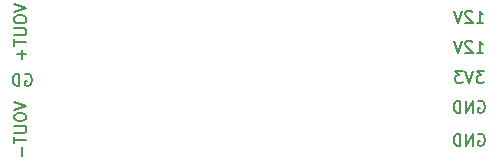
<source format=gbr>
%TF.GenerationSoftware,KiCad,Pcbnew,(5.1.12)-1*%
%TF.CreationDate,2022-03-31T08:39:47-05:00*%
%TF.ProjectId,Power_Board,506f7765-725f-4426-9f61-72642e6b6963,rev?*%
%TF.SameCoordinates,Original*%
%TF.FileFunction,Legend,Bot*%
%TF.FilePolarity,Positive*%
%FSLAX46Y46*%
G04 Gerber Fmt 4.6, Leading zero omitted, Abs format (unit mm)*
G04 Created by KiCad (PCBNEW (5.1.12)-1) date 2022-03-31 08:39:47*
%MOMM*%
%LPD*%
G01*
G04 APERTURE LIST*
%ADD10C,0.150000*%
G04 APERTURE END LIST*
%TO.C,J5*%
D10*
X123404380Y-86011047D02*
X124404380Y-86344380D01*
X123404380Y-86677714D01*
X123404380Y-87201523D02*
X123404380Y-87392000D01*
X123452000Y-87487238D01*
X123547238Y-87582476D01*
X123737714Y-87630095D01*
X124071047Y-87630095D01*
X124261523Y-87582476D01*
X124356761Y-87487238D01*
X124404380Y-87392000D01*
X124404380Y-87201523D01*
X124356761Y-87106285D01*
X124261523Y-87011047D01*
X124071047Y-86963428D01*
X123737714Y-86963428D01*
X123547238Y-87011047D01*
X123452000Y-87106285D01*
X123404380Y-87201523D01*
X123404380Y-88058666D02*
X124213904Y-88058666D01*
X124309142Y-88106285D01*
X124356761Y-88153904D01*
X124404380Y-88249142D01*
X124404380Y-88439619D01*
X124356761Y-88534857D01*
X124309142Y-88582476D01*
X124213904Y-88630095D01*
X123404380Y-88630095D01*
X123404380Y-88963428D02*
X123404380Y-89534857D01*
X124404380Y-89249142D02*
X123404380Y-89249142D01*
X124023428Y-89868190D02*
X124023428Y-90630095D01*
X124404380Y-90249142D02*
X123642476Y-90249142D01*
X124317095Y-91956000D02*
X124412333Y-91908380D01*
X124555190Y-91908380D01*
X124698047Y-91956000D01*
X124793285Y-92051238D01*
X124840904Y-92146476D01*
X124888523Y-92336952D01*
X124888523Y-92479809D01*
X124840904Y-92670285D01*
X124793285Y-92765523D01*
X124698047Y-92860761D01*
X124555190Y-92908380D01*
X124459952Y-92908380D01*
X124317095Y-92860761D01*
X124269476Y-92813142D01*
X124269476Y-92479809D01*
X124459952Y-92479809D01*
X123840904Y-92908380D02*
X123840904Y-91908380D01*
X123602809Y-91908380D01*
X123459952Y-91956000D01*
X123364714Y-92051238D01*
X123317095Y-92146476D01*
X123269476Y-92336952D01*
X123269476Y-92479809D01*
X123317095Y-92670285D01*
X123364714Y-92765523D01*
X123459952Y-92860761D01*
X123602809Y-92908380D01*
X123840904Y-92908380D01*
X123404380Y-94266047D02*
X124404380Y-94599380D01*
X123404380Y-94932714D01*
X123404380Y-95456523D02*
X123404380Y-95647000D01*
X123452000Y-95742238D01*
X123547238Y-95837476D01*
X123737714Y-95885095D01*
X124071047Y-95885095D01*
X124261523Y-95837476D01*
X124356761Y-95742238D01*
X124404380Y-95647000D01*
X124404380Y-95456523D01*
X124356761Y-95361285D01*
X124261523Y-95266047D01*
X124071047Y-95218428D01*
X123737714Y-95218428D01*
X123547238Y-95266047D01*
X123452000Y-95361285D01*
X123404380Y-95456523D01*
X123404380Y-96313666D02*
X124213904Y-96313666D01*
X124309142Y-96361285D01*
X124356761Y-96408904D01*
X124404380Y-96504142D01*
X124404380Y-96694619D01*
X124356761Y-96789857D01*
X124309142Y-96837476D01*
X124213904Y-96885095D01*
X123404380Y-96885095D01*
X123404380Y-97218428D02*
X123404380Y-97789857D01*
X124404380Y-97504142D02*
X123404380Y-97504142D01*
X124023428Y-98123190D02*
X124023428Y-98885095D01*
%TO.C,J10*%
X162544047Y-87574380D02*
X163115476Y-87574380D01*
X162829761Y-87574380D02*
X162829761Y-86574380D01*
X162925000Y-86717238D01*
X163020238Y-86812476D01*
X163115476Y-86860095D01*
X162163095Y-86669619D02*
X162115476Y-86622000D01*
X162020238Y-86574380D01*
X161782142Y-86574380D01*
X161686904Y-86622000D01*
X161639285Y-86669619D01*
X161591666Y-86764857D01*
X161591666Y-86860095D01*
X161639285Y-87002952D01*
X162210714Y-87574380D01*
X161591666Y-87574380D01*
X161305952Y-86574380D02*
X160972619Y-87574380D01*
X160639285Y-86574380D01*
X162544047Y-90114380D02*
X163115476Y-90114380D01*
X162829761Y-90114380D02*
X162829761Y-89114380D01*
X162925000Y-89257238D01*
X163020238Y-89352476D01*
X163115476Y-89400095D01*
X162163095Y-89209619D02*
X162115476Y-89162000D01*
X162020238Y-89114380D01*
X161782142Y-89114380D01*
X161686904Y-89162000D01*
X161639285Y-89209619D01*
X161591666Y-89304857D01*
X161591666Y-89400095D01*
X161639285Y-89542952D01*
X162210714Y-90114380D01*
X161591666Y-90114380D01*
X161305952Y-89114380D02*
X160972619Y-90114380D01*
X160639285Y-89114380D01*
X163163095Y-91654380D02*
X162544047Y-91654380D01*
X162877380Y-92035333D01*
X162734523Y-92035333D01*
X162639285Y-92082952D01*
X162591666Y-92130571D01*
X162544047Y-92225809D01*
X162544047Y-92463904D01*
X162591666Y-92559142D01*
X162639285Y-92606761D01*
X162734523Y-92654380D01*
X163020238Y-92654380D01*
X163115476Y-92606761D01*
X163163095Y-92559142D01*
X162258333Y-91654380D02*
X161925000Y-92654380D01*
X161591666Y-91654380D01*
X161353571Y-91654380D02*
X160734523Y-91654380D01*
X161067857Y-92035333D01*
X160925000Y-92035333D01*
X160829761Y-92082952D01*
X160782142Y-92130571D01*
X160734523Y-92225809D01*
X160734523Y-92463904D01*
X160782142Y-92559142D01*
X160829761Y-92606761D01*
X160925000Y-92654380D01*
X161210714Y-92654380D01*
X161305952Y-92606761D01*
X161353571Y-92559142D01*
X162686904Y-94242000D02*
X162782142Y-94194380D01*
X162925000Y-94194380D01*
X163067857Y-94242000D01*
X163163095Y-94337238D01*
X163210714Y-94432476D01*
X163258333Y-94622952D01*
X163258333Y-94765809D01*
X163210714Y-94956285D01*
X163163095Y-95051523D01*
X163067857Y-95146761D01*
X162925000Y-95194380D01*
X162829761Y-95194380D01*
X162686904Y-95146761D01*
X162639285Y-95099142D01*
X162639285Y-94765809D01*
X162829761Y-94765809D01*
X162210714Y-95194380D02*
X162210714Y-94194380D01*
X161639285Y-95194380D01*
X161639285Y-94194380D01*
X161163095Y-95194380D02*
X161163095Y-94194380D01*
X160925000Y-94194380D01*
X160782142Y-94242000D01*
X160686904Y-94337238D01*
X160639285Y-94432476D01*
X160591666Y-94622952D01*
X160591666Y-94765809D01*
X160639285Y-94956285D01*
X160686904Y-95051523D01*
X160782142Y-95146761D01*
X160925000Y-95194380D01*
X161163095Y-95194380D01*
X162686904Y-97036000D02*
X162782142Y-96988380D01*
X162925000Y-96988380D01*
X163067857Y-97036000D01*
X163163095Y-97131238D01*
X163210714Y-97226476D01*
X163258333Y-97416952D01*
X163258333Y-97559809D01*
X163210714Y-97750285D01*
X163163095Y-97845523D01*
X163067857Y-97940761D01*
X162925000Y-97988380D01*
X162829761Y-97988380D01*
X162686904Y-97940761D01*
X162639285Y-97893142D01*
X162639285Y-97559809D01*
X162829761Y-97559809D01*
X162210714Y-97988380D02*
X162210714Y-96988380D01*
X161639285Y-97988380D01*
X161639285Y-96988380D01*
X161163095Y-97988380D02*
X161163095Y-96988380D01*
X160925000Y-96988380D01*
X160782142Y-97036000D01*
X160686904Y-97131238D01*
X160639285Y-97226476D01*
X160591666Y-97416952D01*
X160591666Y-97559809D01*
X160639285Y-97750285D01*
X160686904Y-97845523D01*
X160782142Y-97940761D01*
X160925000Y-97988380D01*
X161163095Y-97988380D01*
%TD*%
M02*

</source>
